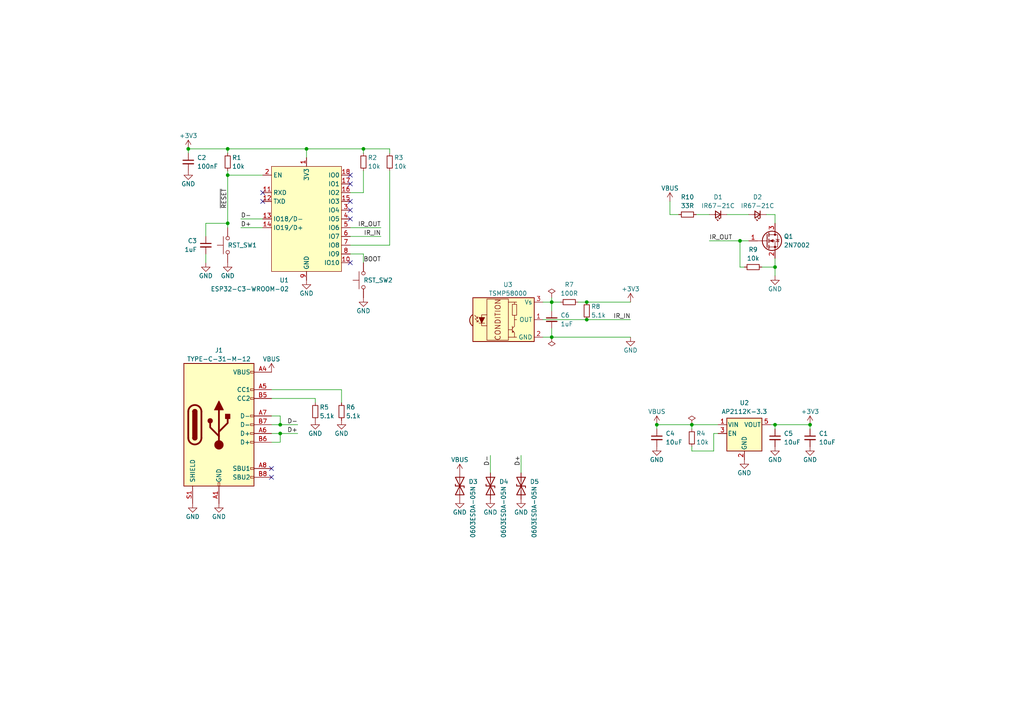
<source format=kicad_sch>
(kicad_sch (version 20211123) (generator eeschema)
  (paper "A4")
  (lib_symbols
    (symbol "Connector:USB_C_Receptacle_USB2.0" (pin_names (offset 1.016))
      (property "Reference" "J" (at -10.16 19.05 0))
      (property "Value" "USB_C_Receptacle_USB2.0" (at 19.05 19.05 0))
      (symbol "USB_C_Receptacle_USB2.0_0_0"
        (rectangle (start -0.254 -17.78) (end 0.254 -16.764))
        (rectangle (start 10.16 -14.986) (end 9.144 -15.494))
        (rectangle (start 10.16 -12.446) (end 9.144 -12.954))
        (rectangle (start 10.16 -4.826) (end 9.144 -5.334))
        (rectangle (start 10.16 -2.286) (end 9.144 -2.794))
        (rectangle (start 10.16 0.254) (end 9.144 -0.254))
        (rectangle (start 10.16 2.794) (end 9.144 2.286))
        (rectangle (start 10.16 7.874) (end 9.144 7.366))
        (rectangle (start 10.16 10.414) (end 9.144 9.906))
        (rectangle (start 10.16 15.494) (end 9.144 14.986))
      )
      (symbol "USB_C_Receptacle_USB2.0_0_1"
        (rectangle (start -10.16 17.78) (end 10.16 -17.78) (stroke (width 0.254)) (fill (type background)))
        (arc (start -8.89 -3.81) (mid -6.985 -5.715) (end -5.08 -3.81) (stroke (width 0.508)))
        (arc (start -7.62 -3.81) (mid -6.985 -4.445) (end -6.35 -3.81) (stroke (width 0.254)))
        (arc (start -7.62 -3.81) (mid -6.985 -4.445) (end -6.35 -3.81) (stroke (width 0.254)) (fill (type outline)))
        (rectangle (start -7.62 -3.81) (end -6.35 3.81) (stroke (width 0.254)) (fill (type outline)))
        (arc (start -6.35 3.81) (mid -6.985 4.445) (end -7.62 3.81) (stroke (width 0.254)))
        (arc (start -6.35 3.81) (mid -6.985 4.445) (end -7.62 3.81) (stroke (width 0.254)) (fill (type outline)))
        (arc (start -5.08 3.81) (mid -6.985 5.715) (end -8.89 3.81) (stroke (width 0.508)))
        (circle (center -2.54 1.143) (radius 0.635) (stroke (width 0.254)) (fill (type outline)))
        (circle (center 0 -5.842) (radius 1.27) (fill (type outline)))
        (polyline (pts (xy -8.89 -3.81) (xy -8.89 3.81)) (stroke (width 0.508)))
        (polyline (pts (xy -5.08 3.81) (xy -5.08 -3.81)) (stroke (width 0.508)))
        (polyline (pts (xy 0 -5.842) (xy 0 4.318)) (stroke (width 0.508)))
        (polyline (pts (xy 0 -3.302) (xy -2.54 -0.762) (xy -2.54 0.508)) (stroke (width 0.508)))
        (polyline (pts (xy 0 -2.032) (xy 2.54 0.508) (xy 2.54 1.778)) (stroke (width 0.508)))
        (polyline (pts (xy -1.27 4.318) (xy 0 6.858) (xy 1.27 4.318) (xy -1.27 4.318)) (stroke (width 0.254)) (fill (type outline)))
        (rectangle (start 1.905 1.778) (end 3.175 3.048) (stroke (width 0.254)) (fill (type outline)))
      )
      (symbol "USB_C_Receptacle_USB2.0_1_1"
        (pin passive line (at 0 -22.86 90) (length 5.08) (name "GND") (number "A1"))
        (pin passive line (at 0 -22.86 90) (length 5.08) hide (name "GND") (number "A12"))
        (pin passive line (at 15.24 15.24 180) (length 5.08) (name "VBUS") (number "A4"))
        (pin bidirectional line (at 15.24 10.16 180) (length 5.08) (name "CC1") (number "A5"))
        (pin bidirectional line (at 15.24 -2.54 180) (length 5.08) (name "D+") (number "A6"))
        (pin bidirectional line (at 15.24 2.54 180) (length 5.08) (name "D-") (number "A7"))
        (pin bidirectional line (at 15.24 -12.7 180) (length 5.08) (name "SBU1") (number "A8"))
        (pin passive line (at 15.24 15.24 180) (length 5.08) hide (name "VBUS") (number "A9"))
        (pin passive line (at 0 -22.86 90) (length 5.08) hide (name "GND") (number "B1"))
        (pin passive line (at 0 -22.86 90) (length 5.08) hide (name "GND") (number "B12"))
        (pin passive line (at 15.24 15.24 180) (length 5.08) hide (name "VBUS") (number "B4"))
        (pin bidirectional line (at 15.24 7.62 180) (length 5.08) (name "CC2") (number "B5"))
        (pin bidirectional line (at 15.24 -5.08 180) (length 5.08) (name "D+") (number "B6"))
        (pin bidirectional line (at 15.24 0 180) (length 5.08) (name "D-") (number "B7"))
        (pin bidirectional line (at 15.24 -15.24 180) (length 5.08) (name "SBU2") (number "B8"))
        (pin passive line (at 15.24 15.24 180) (length 5.08) hide (name "VBUS") (number "B9"))
        (pin passive line (at -7.62 -22.86 90) (length 5.08) (name "SHIELD") (number "S1"))
      )
    )
    (symbol "Device:C_Small" (pin_numbers hide) (pin_names (offset 0.254) hide)
      (property "Reference" "C" (at 0.254 1.778 0))
      (property "Value" "C_Small" (at 0.254 -2.032 0))
      (symbol "C_Small_0_1"
        (polyline (pts (xy -1.524 -0.508) (xy 1.524 -0.508)) (stroke (width 0.3302)))
        (polyline (pts (xy -1.524 0.508) (xy 1.524 0.508)) (stroke (width 0.3048)))
      )
      (symbol "C_Small_1_1"
        (pin passive line (at 0 2.54 270) (length 2.032) (name "~") (number "1"))
        (pin passive line (at 0 -2.54 90) (length 2.032) (name "~") (number "2"))
      )
    )
    (symbol "Device:D_TVS" (pin_numbers hide) (pin_names (offset 1.016) hide)
      (property "Reference" "D" (at 0 2.54 0))
      (property "Value" "D_TVS" (at 0 -2.54 0))
      (symbol "D_TVS_0_1"
        (polyline (pts (xy 1.27 0) (xy -1.27 0)))
        (polyline (pts (xy 0.508 1.27) (xy 0 1.27) (xy 0 -1.27) (xy -0.508 -1.27)) (stroke (width 0.254)))
        (polyline (pts (xy -2.54 1.27) (xy -2.54 -1.27) (xy 2.54 1.27) (xy 2.54 -1.27) (xy -2.54 1.27)) (stroke (width 0.254)))
      )
      (symbol "D_TVS_1_1"
        (pin passive line (at -3.81 0 0) (length 2.54) (name "A1") (number "1"))
        (pin passive line (at 3.81 0 180) (length 2.54) (name "A2") (number "2"))
      )
    )
    (symbol "Device:LED_Small" (pin_numbers hide) (pin_names (offset 0.254) hide)
      (property "Reference" "D" (at -1.27 3.175 0))
      (property "Value" "LED_Small" (at -4.445 -2.54 0))
      (symbol "LED_Small_0_1"
        (polyline (pts (xy -0.762 -1.016) (xy -0.762 1.016)) (stroke (width 0.254)))
        (polyline (pts (xy 1.016 0) (xy -0.762 0)))
        (polyline (pts (xy 0.762 -1.016) (xy -0.762 0) (xy 0.762 1.016) (xy 0.762 -1.016)) (stroke (width 0.254)))
        (polyline (pts (xy 0 0.762) (xy -0.508 1.27) (xy -0.254 1.27) (xy -0.508 1.27) (xy -0.508 1.016)))
        (polyline (pts (xy 0.508 1.27) (xy 0 1.778) (xy 0.254 1.778) (xy 0 1.778) (xy 0 1.524)))
      )
      (symbol "LED_Small_1_1"
        (pin passive line (at -2.54 0 0) (length 1.778) (name "K") (number "1"))
        (pin passive line (at 2.54 0 180) (length 1.778) (name "A") (number "2"))
      )
    )
    (symbol "Device:R_Small" (pin_numbers hide) (pin_names (offset 0.254) hide)
      (property "Reference" "R" (at 0.762 0.508 0))
      (property "Value" "R_Small" (at 0.762 -1.016 0))
      (symbol "R_Small_0_1"
        (rectangle (start -0.762 1.778) (end 0.762 -1.778) (stroke (width 0.2032)))
      )
      (symbol "R_Small_1_1"
        (pin passive line (at 0 2.54 270) (length 0.762) (name "~") (number "1"))
        (pin passive line (at 0 -2.54 90) (length 0.762) (name "~") (number "2"))
      )
    )
    (symbol "Interface_Optical:TSMP58000"
      (property "Reference" "U" (at -10.16 7.62 0))
      (property "Value" "TSMP58000" (at -10.16 -7.62 0))
      (symbol "TSMP58000_0_0"
        (arc (start -10.287 1.397) (mid -11.0899 -0.1852) (end -10.287 -1.778) (stroke (width 0.254)) (fill (type background)))
        (polyline (pts (xy 1.905 -5.08) (xy 0.127 -5.08)))
        (polyline (pts (xy 1.905 5.08) (xy 0.127 5.08)))
        (text "CONDITION" (at -2.921 0 900) (effects (font (size 1.524 1.524))))
      )
      (symbol "TSMP58000_0_1"
        (rectangle (start -6.096 5.969) (end 0.127 -5.969))
        (polyline (pts (xy -8.763 0.381) (xy -9.652 1.27)))
        (polyline (pts (xy -8.763 0.381) (xy -9.271 0.381)))
        (polyline (pts (xy -8.763 0.381) (xy -8.763 0.889)))
        (polyline (pts (xy -8.636 -0.635) (xy -9.525 0.254)))
        (polyline (pts (xy -8.636 -0.635) (xy -9.144 -0.635)))
        (polyline (pts (xy -8.636 -0.635) (xy -8.636 -0.127)))
        (polyline (pts (xy -8.382 -1.016) (xy -6.731 -1.016)))
        (polyline (pts (xy 1.27 -2.921) (xy 0.127 -2.921)))
        (polyline (pts (xy 1.27 -1.905) (xy 1.27 -3.81)))
        (polyline (pts (xy 1.397 -3.556) (xy 1.524 -3.556)))
        (polyline (pts (xy 1.651 -3.556) (xy 1.524 -3.556)))
        (polyline (pts (xy 1.651 -3.556) (xy 1.651 -3.302)))
        (polyline (pts (xy 1.905 0) (xy 1.905 1.27)))
        (polyline (pts (xy 1.905 4.445) (xy 1.905 5.08) (xy 2.54 5.08)))
        (polyline (pts (xy -8.382 0.635) (xy -6.731 0.635) (xy -7.62 -1.016) (xy -8.382 0.635)) (fill (type outline)))
        (polyline (pts (xy -6.096 1.397) (xy -7.62 1.397) (xy -7.62 -1.778) (xy -6.096 -1.778)))
        (polyline (pts (xy 1.27 -3.175) (xy 1.905 -3.81) (xy 1.905 -5.08) (xy 2.54 -5.08)))
        (polyline (pts (xy 1.27 -2.54) (xy 1.905 -1.905) (xy 1.905 0) (xy 2.54 0)))
        (rectangle (start 2.54 1.27) (end 1.27 4.445))
        (rectangle (start 7.62 6.35) (end -10.16 -6.35) (stroke (width 0.254)) (fill (type background)))
      )
      (symbol "TSMP58000_1_1"
        (pin output line (at 10.16 0 180) (length 2.54) (name "OUT") (number "1"))
        (pin power_in line (at 10.16 -5.08 180) (length 2.54) (name "GND") (number "2"))
        (pin power_in line (at 10.16 5.08 180) (length 2.54) (name "Vs") (number "3"))
      )
    )
    (symbol "Regulator_Linear:AP2112K-3.3" (pin_names (offset 0.254))
      (property "Reference" "U" (at -5.08 5.715 0))
      (property "Value" "AP2112K-3.3" (at 0 5.715 0))
      (symbol "AP2112K-3.3_0_1"
        (rectangle (start -5.08 4.445) (end 5.08 -5.08) (stroke (width 0.254)) (fill (type background)))
      )
      (symbol "AP2112K-3.3_1_1"
        (pin power_in line (at -7.62 2.54 0) (length 2.54) (name "VIN") (number "1"))
        (pin power_in line (at 0 -7.62 90) (length 2.54) (name "GND") (number "2"))
        (pin input line (at -7.62 0 0) (length 2.54) (name "EN") (number "3"))
        (pin no_connect line (at 5.08 0 180) (length 2.54) hide (name "NC") (number "4"))
        (pin power_out line (at 7.62 2.54 180) (length 2.54) (name "VOUT") (number "5"))
      )
    )
    (symbol "Switch:SW_Push" (pin_numbers hide) (pin_names (offset 1.016) hide)
      (property "Reference" "SW" (at 1.27 2.54 0))
      (property "Value" "SW_Push" (at 0 -1.524 0))
      (symbol "SW_Push_0_1"
        (circle (center -2.032 0) (radius 0.508))
        (polyline (pts (xy 0 1.27) (xy 0 3.048)))
        (polyline (pts (xy 2.54 1.27) (xy -2.54 1.27)))
        (circle (center 2.032 0) (radius 0.508))
        (pin passive line (at -5.08 0 0) (length 2.54) (name "1") (number "1"))
        (pin passive line (at 5.08 0 180) (length 2.54) (name "2") (number "2"))
      )
    )
    (symbol "Transistor_FET:2N7002" (pin_names hide)
      (property "Reference" "Q" (at 5.08 1.905 0))
      (property "Value" "2N7002" (at 5.08 0 0))
      (symbol "2N7002_0_1"
        (polyline (pts (xy 0.254 0) (xy -2.54 0)))
        (polyline (pts (xy 0.254 1.905) (xy 0.254 -1.905)) (stroke (width 0.254)))
        (polyline (pts (xy 0.762 -1.27) (xy 0.762 -2.286)) (stroke (width 0.254)))
        (polyline (pts (xy 0.762 0.508) (xy 0.762 -0.508)) (stroke (width 0.254)))
        (polyline (pts (xy 0.762 2.286) (xy 0.762 1.27)) (stroke (width 0.254)))
        (polyline (pts (xy 2.54 2.54) (xy 2.54 1.778)))
        (polyline (pts (xy 2.54 -2.54) (xy 2.54 0) (xy 0.762 0)))
        (polyline (pts (xy 0.762 -1.778) (xy 3.302 -1.778) (xy 3.302 1.778) (xy 0.762 1.778)))
        (polyline (pts (xy 1.016 0) (xy 2.032 0.381) (xy 2.032 -0.381) (xy 1.016 0)) (fill (type outline)))
        (polyline (pts (xy 2.794 0.508) (xy 2.921 0.381) (xy 3.683 0.381) (xy 3.81 0.254)))
        (polyline (pts (xy 3.302 0.381) (xy 2.921 -0.254) (xy 3.683 -0.254) (xy 3.302 0.381)))
        (circle (center 1.651 0) (radius 2.794) (stroke (width 0.254)))
        (circle (center 2.54 -1.778) (radius 0.254) (fill (type outline)))
        (circle (center 2.54 1.778) (radius 0.254) (fill (type outline)))
      )
      (symbol "2N7002_1_1"
        (pin input line (at -5.08 0 0) (length 2.54) (name "G") (number "1"))
        (pin passive line (at 2.54 -5.08 90) (length 2.54) (name "S") (number "2"))
        (pin passive line (at 2.54 5.08 270) (length 2.54) (name "D") (number "3"))
      )
    )
    (symbol "hair-02:ESP32-C3-WROOM-02"
      (property "Reference" "U" (at -7.62 16.51 0))
      (property "Value" "ESP32-C3-WROOM-02" (at 12.7 16.51 0))
      (symbol "ESP32-C3-WROOM-02_0_1"
        (rectangle (start -10.16 15.24) (end 10.16 -15.24) (fill (type background)))
      )
      (symbol "ESP32-C3-WROOM-02_1_1"
        (pin power_in line (at 0 17.78 270) (length 2.54) (name "3V3") (number "1"))
        (pin bidirectional line (at 12.7 -12.7 180) (length 2.54) (name "IO10") (number "10"))
        (pin bidirectional line (at -12.7 7.62 0) (length 2.54) (name "RXD") (number "11"))
        (pin bidirectional line (at -12.7 5.08 0) (length 2.54) (name "TXD") (number "12"))
        (pin bidirectional line (at -12.7 0 0) (length 2.54) (name "IO18/D-") (number "13"))
        (pin bidirectional line (at -12.7 -2.54 0) (length 2.54) (name "IO19/D+") (number "14"))
        (pin bidirectional line (at 12.7 5.08 180) (length 2.54) (name "IO3") (number "15"))
        (pin bidirectional line (at 12.7 7.62 180) (length 2.54) (name "IO2") (number "16"))
        (pin bidirectional line (at 12.7 10.16 180) (length 2.54) (name "IO1") (number "17"))
        (pin bidirectional line (at 12.7 12.7 180) (length 2.54) (name "IO0") (number "18"))
        (pin passive line (at 0 -17.78 90) (length 2.54) hide (name "GND") (number "19"))
        (pin input line (at -12.7 12.7 0) (length 2.54) (name "EN") (number "2"))
        (pin bidirectional line (at 12.7 2.54 180) (length 2.54) (name "IO4") (number "3"))
        (pin bidirectional line (at 12.7 0 180) (length 2.54) (name "IO5") (number "4"))
        (pin bidirectional line (at 12.7 -2.54 180) (length 2.54) (name "IO6") (number "5"))
        (pin bidirectional line (at 12.7 -5.08 180) (length 2.54) (name "IO7") (number "6"))
        (pin bidirectional line (at 12.7 -7.62 180) (length 2.54) (name "IO8") (number "7"))
        (pin bidirectional line (at 12.7 -10.16 180) (length 2.54) (name "IO9") (number "8"))
        (pin power_in line (at 0 -17.78 90) (length 2.54) (name "GND") (number "9"))
      )
    )
    (symbol "power:+3.3V" (power) (pin_names (offset 0))
      (property "Value" "+3.3V" (at 0 3.556 0))
      (symbol "+3.3V_0_1"
        (polyline (pts (xy -0.762 1.27) (xy 0 2.54)))
        (polyline (pts (xy 0 0) (xy 0 2.54)))
        (polyline (pts (xy 0 2.54) (xy 0.762 1.27)))
      )
      (symbol "+3.3V_1_1"
        (pin power_in line (at 0 0 90) (length 0) hide (name "+3V3") (number "1"))
      )
    )
    (symbol "power:GND" (power) (pin_names (offset 0))
      (property "Value" "GND" (at 0 -3.81 0))
      (symbol "GND_0_1"
        (polyline (pts (xy 0 0) (xy 0 -1.27) (xy 1.27 -1.27) (xy 0 -2.54) (xy -1.27 -1.27) (xy 0 -1.27)))
      )
      (symbol "GND_1_1"
        (pin power_in line (at 0 0 270) (length 0) hide (name "GND") (number "1"))
      )
    )
    (symbol "power:PWR_FLAG" (power) (pin_numbers hide) (pin_names (offset 0) hide)
      (property "Value" "PWR_FLAG" (at 0 3.81 0))
      (symbol "PWR_FLAG_0_0"
        (pin power_out line (at 0 0 90) (length 0) (name "pwr") (number "1"))
      )
      (symbol "PWR_FLAG_0_1"
        (polyline (pts (xy 0 0) (xy 0 1.27) (xy -1.016 1.905) (xy 0 2.54) (xy 1.016 1.905) (xy 0 1.27)))
      )
    )
    (symbol "power:VBUS" (power) (pin_names (offset 0))
      (property "Value" "VBUS" (at 0 3.81 0))
      (symbol "VBUS_0_1"
        (polyline (pts (xy -0.762 1.27) (xy 0 2.54)))
        (polyline (pts (xy 0 0) (xy 0 2.54)))
        (polyline (pts (xy 0 2.54) (xy 0.762 1.27)))
      )
      (symbol "VBUS_1_1"
        (pin power_in line (at 0 0 90) (length 0) hide (name "VBUS") (number "1"))
      )
    )
  )
  (junction (at 160.02 87.63))
  (junction (at 66.04 64.77))
  (junction (at 200.66 123.19))
  (junction (at 81.28 123.19))
  (junction (at 105.41 43.18))
  (junction (at 81.28 125.73))
  (junction (at 88.9 43.18))
  (junction (at 54.61 43.18))
  (junction (at 66.04 50.8))
  (junction (at 190.5 123.19))
  (junction (at 160.02 97.79))
  (junction (at 224.79 123.19))
  (junction (at 214.63 69.85))
  (junction (at 66.04 43.18))
  (junction (at 170.18 92.71))
  (junction (at 234.95 123.19))
  (junction (at 170.18 87.63))
  (junction (at 224.79 77.47))
  (no_connect (at 78.74 135.89))
  (no_connect (at 101.6 50.8))
  (no_connect (at 101.6 53.34))
  (no_connect (at 101.6 58.42))
  (no_connect (at 101.6 76.2))
  (no_connect (at 101.6 63.5))
  (no_connect (at 101.6 60.96))
  (no_connect (at 78.74 138.43))
  (no_connect (at 76.2 58.42))
  (no_connect (at 76.2 55.88))
  (wire (pts (xy 59.69 76.2) (xy 59.69 73.66)))
  (wire (pts (xy 157.48 87.63) (xy 160.02 87.63)))
  (wire (pts (xy 54.61 44.45) (xy 54.61 43.18)))
  (wire (pts (xy 105.41 73.66) (xy 105.41 76.2)))
  (wire (pts (xy 81.28 125.73) (xy 81.28 128.27)))
  (wire (pts (xy 160.02 87.63) (xy 162.56 87.63)))
  (wire (pts (xy 78.74 125.73) (xy 81.28 125.73)))
  (wire (pts (xy 207.01 125.73) (xy 208.28 125.73)))
  (wire (pts (xy 105.41 49.53) (xy 105.41 55.88)))
  (wire (pts (xy 224.79 62.23) (xy 224.79 64.77)))
  (wire (pts (xy 78.74 113.03) (xy 99.06 113.03)))
  (wire (pts (xy 160.02 95.25) (xy 160.02 97.79)))
  (wire (pts (xy 170.18 87.63) (xy 182.88 87.63)))
  (wire (pts (xy 101.6 68.58) (xy 110.49 68.58)))
  (wire (pts (xy 160.02 87.63) (xy 160.02 90.17)))
  (wire (pts (xy 220.98 77.47) (xy 224.79 77.47)))
  (wire (pts (xy 160.02 97.79) (xy 182.88 97.79)))
  (wire (pts (xy 59.69 64.77) (xy 66.04 64.77)))
  (wire (pts (xy 66.04 50.8) (xy 66.04 64.77)))
  (wire (pts (xy 113.03 71.12) (xy 101.6 71.12)))
  (wire (pts (xy 81.28 123.19) (xy 86.36 123.19)))
  (wire (pts (xy 91.44 115.57) (xy 91.44 116.84)))
  (wire (pts (xy 194.31 58.42) (xy 194.31 62.23)))
  (wire (pts (xy 66.04 64.77) (xy 66.04 66.04)))
  (wire (pts (xy 200.66 123.19) (xy 200.66 124.46)))
  (wire (pts (xy 207.01 130.81) (xy 207.01 125.73)))
  (wire (pts (xy 66.04 50.8) (xy 76.2 50.8)))
  (wire (pts (xy 113.03 44.45) (xy 113.03 43.18)))
  (wire (pts (xy 160.02 86.36) (xy 160.02 87.63)))
  (wire (pts (xy 223.52 123.19) (xy 224.79 123.19)))
  (wire (pts (xy 105.41 55.88) (xy 101.6 55.88)))
  (wire (pts (xy 210.82 62.23) (xy 217.17 62.23)))
  (wire (pts (xy 66.04 43.18) (xy 88.9 43.18)))
  (wire (pts (xy 224.79 123.19) (xy 224.79 124.46)))
  (wire (pts (xy 88.9 43.18) (xy 88.9 45.72)))
  (wire (pts (xy 66.04 49.53) (xy 66.04 50.8)))
  (wire (pts (xy 81.28 125.73) (xy 86.36 125.73)))
  (wire (pts (xy 224.79 74.93) (xy 224.79 77.47)))
  (wire (pts (xy 157.48 92.71) (xy 170.18 92.71)))
  (wire (pts (xy 142.24 132.08) (xy 142.24 137.16)))
  (wire (pts (xy 99.06 113.03) (xy 99.06 116.84)))
  (wire (pts (xy 190.5 123.19) (xy 200.66 123.19)))
  (wire (pts (xy 167.64 87.63) (xy 170.18 87.63)))
  (wire (pts (xy 105.41 44.45) (xy 105.41 43.18)))
  (wire (pts (xy 78.74 120.65) (xy 81.28 120.65)))
  (wire (pts (xy 224.79 123.19) (xy 234.95 123.19)))
  (wire (pts (xy 69.85 66.04) (xy 76.2 66.04)))
  (wire (pts (xy 201.93 62.23) (xy 205.74 62.23)))
  (wire (pts (xy 78.74 128.27) (xy 81.28 128.27)))
  (wire (pts (xy 54.61 43.18) (xy 66.04 43.18)))
  (wire (pts (xy 81.28 120.65) (xy 81.28 123.19)))
  (wire (pts (xy 200.66 130.81) (xy 207.01 130.81)))
  (wire (pts (xy 224.79 77.47) (xy 224.79 80.01)))
  (wire (pts (xy 101.6 73.66) (xy 105.41 73.66)))
  (wire (pts (xy 59.69 68.58) (xy 59.69 64.77)))
  (wire (pts (xy 113.03 49.53) (xy 113.03 71.12)))
  (wire (pts (xy 200.66 123.19) (xy 208.28 123.19)))
  (wire (pts (xy 214.63 77.47) (xy 214.63 69.85)))
  (wire (pts (xy 170.18 92.71) (xy 182.88 92.71)))
  (wire (pts (xy 205.74 69.85) (xy 214.63 69.85)))
  (wire (pts (xy 200.66 129.54) (xy 200.66 130.81)))
  (wire (pts (xy 234.95 123.19) (xy 234.95 124.46)))
  (wire (pts (xy 101.6 66.04) (xy 110.49 66.04)))
  (wire (pts (xy 222.25 62.23) (xy 224.79 62.23)))
  (wire (pts (xy 151.13 132.08) (xy 151.13 137.16)))
  (wire (pts (xy 214.63 69.85) (xy 217.17 69.85)))
  (wire (pts (xy 190.5 124.46) (xy 190.5 123.19)))
  (wire (pts (xy 78.74 123.19) (xy 81.28 123.19)))
  (wire (pts (xy 105.41 43.18) (xy 88.9 43.18)))
  (wire (pts (xy 157.48 97.79) (xy 160.02 97.79)))
  (wire (pts (xy 215.9 77.47) (xy 214.63 77.47)))
  (wire (pts (xy 113.03 43.18) (xy 105.41 43.18)))
  (wire (pts (xy 78.74 115.57) (xy 91.44 115.57)))
  (wire (pts (xy 194.31 62.23) (xy 196.85 62.23)))
  (wire (pts (xy 66.04 44.45) (xy 66.04 43.18)))
  (wire (pts (xy 69.85 63.5) (xy 76.2 63.5)))
  (label "D-" (at 69.85 63.5 0))
  (label "D+" (at 151.13 132.08 270))
  (label "D-" (at 142.24 132.08 270))
  (label "D+" (at 69.85 66.04 0))
  (label "IR_IN" (at 110.49 68.58 180))
  (label "D-" (at 86.36 123.19 180))
  (label "BOOT" (at 105.41 76.2 0))
  (label "IR_OUT" (at 110.49 66.04 180))
  (label "D+" (at 86.36 125.73 180))
  (label "~{RESET}" (at 66.04 54.61 270))
  (label "IR_IN" (at 182.88 92.71 180))
  (label "IR_OUT" (at 205.74 69.85 0))
  (symbol (lib_id "power:GND") (at 66.04 76.2 0) (unit 1)
    (property "Reference" "#PWR0103" (effects hide))
    (property "Value" "GND" (at 66.04 80.01 0))
  )
  (symbol (lib_id "Device:D_TVS") (at 133.35 140.97 270) (unit 1)
    (property "Reference" "D3" (at 135.89 139.6999 90) (effects (justify left)))
    (property "Value" "0603ESDA-05N" (at 137.16 140.97 0) (effects (justify left)))
    (property "Footprint" "Diode_SMD:D_0603_1608Metric" (effects hide))
    (property "LCSC" "C316054" (effects hide))
  )
  (symbol (lib_id "hair-02:ESP32-C3-WROOM-02") (at 88.9 63.5 0) (unit 1)
    (property "Reference" "U1" (at 83.82 81.28 0) (effects (justify right)))
    (property "Value" "ESP32-C3-WROOM-02" (at 83.82 83.82 0) (effects (justify right)))
    (property "Footprint" "hair-02:ESP32-C3-WROOM-02" (effects hide))
    (property "Datasheet" "https://www.espressif.com/sites/default/files/documentation/esp32-c3-wroom-02_datasheet_en.pdf" (effects hide))
    (property "LCSC" "C2934560" (effects hide))
  )
  (symbol (lib_id "Device:D_TVS") (at 142.24 140.97 270) (unit 1)
    (property "Reference" "D4" (at 144.78 139.6999 90) (effects (justify left)))
    (property "Value" "0603ESDA-05N" (at 146.05 140.97 0) (effects (justify left)))
    (property "Footprint" "Diode_SMD:D_0603_1608Metric" (effects hide))
    (property "LCSC" "C316054" (effects hide))
  )
  (symbol (lib_id "power:+3.3V") (at 182.88 87.63 0) (unit 1)
    (property "Reference" "#PWR0118" (effects hide))
    (property "Value" "+3.3V" (at 182.88 83.82 0))
  )
  (symbol (lib_id "power:GND") (at 182.88 97.79 0) (unit 1)
    (property "Reference" "#PWR0117" (effects hide))
    (property "Value" "GND" (at 182.88 101.6 0))
  )
  (symbol (lib_id "power:GND") (at 99.06 121.92 0) (unit 1)
    (property "Reference" "#PWR0109" (effects hide))
    (property "Value" "GND" (at 99.06 125.73 0))
  )
  (symbol (lib_id "power:GND") (at 190.5 129.54 0) (unit 1)
    (property "Reference" "#PWR0110" (effects hide))
    (property "Value" "GND" (at 190.5 133.35 0))
  )
  (symbol (lib_id "Device:R_Small") (at 200.66 127 0) (unit 1)
    (property "Reference" "R4" (at 201.93 125.73 0) (effects (justify left)))
    (property "Value" "10k" (at 201.93 128.27 0) (effects (justify left)))
    (property "Footprint" "Resistor_SMD:R_0603_1608Metric" (effects hide))
    (property "LCSC" "C25804" (effects hide))
  )
  (symbol (lib_id "Device:R_Small") (at 218.44 77.47 90) (unit 1)
    (property "Reference" "R9" (at 218.44 72.39 90))
    (property "Value" "10k" (at 218.44 74.93 90))
    (property "Footprint" "Resistor_SMD:R_0603_1608Metric" (effects hide))
    (property "LCSC" "C25804" (effects hide))
  )
  (symbol (lib_id "Device:C_Small") (at 54.61 46.99 0) (unit 1)
    (property "Reference" "C2" (at 57.15 45.7262 0) (effects (justify left)))
    (property "Value" "100nF" (at 57.15 48.2662 0) (effects (justify left)))
    (property "Footprint" "Capacitor_SMD:C_0603_1608Metric" (effects hide))
    (property "LCSC" "C14663" (effects hide))
  )
  (symbol (lib_id "power:GND") (at 54.61 49.53 0) (unit 1)
    (property "Reference" "#PWR0115" (effects hide))
    (property "Value" "GND" (at 54.61 53.34 0))
  )
  (symbol (lib_id "Device:R_Small") (at 113.03 46.99 0) (unit 1)
    (property "Reference" "R3" (at 114.3 45.72 0) (effects (justify left)))
    (property "Value" "10k" (at 114.3 48.26 0) (effects (justify left)))
    (property "Footprint" "Resistor_SMD:R_0603_1608Metric" (effects hide))
    (property "LCSC" "C25804" (effects hide))
  )
  (symbol (lib_id "power:GND") (at 63.5 146.05 0) (unit 1)
    (property "Reference" "#PWR0106" (effects hide))
    (property "Value" "GND" (at 63.5 149.86 0))
  )
  (symbol (lib_id "power:GND") (at 55.88 146.05 0) (unit 1)
    (property "Reference" "#PWR0107" (effects hide))
    (property "Value" "GND" (at 55.88 149.86 0))
  )
  (symbol (lib_id "power:GND") (at 224.79 129.54 0) (unit 1)
    (property "Reference" "#PWR0121" (effects hide))
    (property "Value" "GND" (at 224.79 133.35 0))
  )
  (symbol (lib_id "power:VBUS") (at 194.31 58.42 0) (unit 1)
    (property "Reference" "#PWR0125" (effects hide))
    (property "Value" "VBUS" (at 194.31 54.61 0))
  )
  (symbol (lib_id "power:PWR_FLAG") (at 160.02 86.36 0) (unit 1)
    (property "Reference" "#FLG0101" (effects hide))
    (property "Value" "PWR_FLAG" (effects hide))
  )
  (symbol (lib_id "power:GND") (at 151.13 144.78 0) (unit 1)
    (property "Reference" "#PWR0113" (effects hide))
    (property "Value" "GND" (at 151.13 148.59 0))
  )
  (symbol (lib_id "Device:R_Small") (at 66.04 46.99 0) (unit 1)
    (property "Reference" "R1" (at 67.31 45.72 0) (effects (justify left)))
    (property "Value" "10k" (at 67.31 48.26 0) (effects (justify left)))
    (property "Footprint" "Resistor_SMD:R_0603_1608Metric" (effects hide))
    (property "LCSC" "C25804" (effects hide))
  )
  (symbol (lib_id "Device:LED_Small") (at 208.28 62.23 180) (unit 1)
    (property "Reference" "D1" (at 208.28 57.15 0))
    (property "Value" "IR67-21C" (at 208.28 59.69 0))
    (property "Footprint" "hair-02:LED_Everlight_IR67-21C" (effects hide))
    (property "LCSC" "C60109" (effects hide))
  )
  (symbol (lib_id "power:PWR_FLAG") (at 160.02 97.79 180) (unit 1)
    (property "Reference" "#FLG0102" (effects hide))
    (property "Value" "PWR_FLAG" (effects hide))
  )
  (symbol (lib_id "power:VBUS") (at 78.74 107.95 0) (unit 1)
    (property "Reference" "#PWR0105" (effects hide))
    (property "Value" "VBUS" (at 78.74 104.14 0))
  )
  (symbol (lib_id "power:GND") (at 59.69 76.2 0) (unit 1)
    (property "Reference" "#PWR0101" (effects hide))
    (property "Value" "GND" (at 59.69 80.01 0))
  )
  (symbol (lib_id "Switch:SW_Push") (at 66.04 71.12 90) (unit 1)
    (property "Reference" "RST_SW1" (at 66.04 71.12 90) (effects (justify right)))
    (property "Value" "SKRK" (effects hide))
    (property "Footprint" "Button_Switch_SMD:SW_Push_SPST_NO_Alps_SKRK" (effects hide))
    (property "LCSC" "C202388" (effects hide))
  )
  (symbol (lib_id "Device:D_TVS") (at 151.13 140.97 270) (unit 1)
    (property "Reference" "D5" (at 153.67 139.6999 90) (effects (justify left)))
    (property "Value" "0603ESDA-05N" (at 154.94 140.97 0) (effects (justify left)))
    (property "Footprint" "Diode_SMD:D_0603_1608Metric" (effects hide))
    (property "LCSC" "C316054" (effects hide))
  )
  (symbol (lib_id "power:GND") (at 215.9 133.35 0) (unit 1)
    (property "Reference" "#PWR0120" (effects hide))
    (property "Value" "GND" (at 215.9 137.16 0))
  )
  (symbol (lib_id "power:+3.3V") (at 234.95 123.19 0) (unit 1)
    (property "Reference" "#PWR0122" (effects hide))
    (property "Value" "+3.3V" (at 234.95 119.38 0))
  )
  (symbol (lib_id "power:GND") (at 91.44 121.92 0) (unit 1)
    (property "Reference" "#PWR0108" (effects hide))
    (property "Value" "GND" (at 91.44 125.73 0))
  )
  (symbol (lib_id "power:GND") (at 88.9 81.28 0) (unit 1)
    (property "Reference" "#PWR0104" (effects hide))
    (property "Value" "GND" (at 88.9 85.09 0))
  )
  (symbol (lib_id "Switch:SW_Push") (at 105.41 81.28 90) (unit 1)
    (property "Reference" "RST_SW2" (at 105.41 81.28 90) (effects (justify right)))
    (property "Value" "SKRK" (effects hide))
    (property "Footprint" "Button_Switch_SMD:SW_Push_SPST_NO_Alps_SKRK" (effects hide))
    (property "LCSC" "C202388" (effects hide))
  )
  (symbol (lib_id "power:VBUS") (at 133.35 137.16 0) (unit 1)
    (property "Reference" "#PWR0111" (effects hide))
    (property "Value" "VBUS" (at 133.35 133.35 0))
  )
  (symbol (lib_id "Device:C_Small") (at 234.95 127 0) (unit 1)
    (property "Reference" "C1" (at 237.49 125.7362 0) (effects (justify left)))
    (property "Value" "10uF" (at 237.49 128.2762 0) (effects (justify left)))
    (property "Footprint" "Capacitor_SMD:C_1206_3216Metric" (effects hide))
    (property "LCSC" "C13585" (effects hide))
  )
  (symbol (lib_id "Connector:USB_C_Receptacle_USB2.0") (at 63.5 123.19 0) (unit 1)
    (property "Reference" "J1" (at 63.5 101.6 0))
    (property "Value" "TYPE-C-31-M-12" (at 63.5 104.14 0))
    (property "Footprint" "Connector_USB:USB_C_Receptacle_HRO_TYPE-C-31-M-12" (effects hide))
    (property "Datasheet" "https://www.usb.org/sites/default/files/documents/usb_type-c.zip" (effects hide))
    (property "LCSC" "C165948" (effects hide))
  )
  (symbol (lib_id "power:+3.3V") (at 54.61 43.18 0) (unit 1)
    (property "Reference" "#PWR0116" (effects hide))
    (property "Value" "+3.3V" (at 54.61 39.37 0))
  )
  (symbol (lib_id "Device:R_Small") (at 165.1 87.63 90) (unit 1)
    (property "Reference" "R7" (at 165.1 82.55 90))
    (property "Value" "100R" (at 165.1 85.09 90))
    (property "Footprint" "Resistor_SMD:R_0603_1608Metric" (effects hide))
    (property "LCSC" "C22775" (effects hide))
  )
  (symbol (lib_id "Device:C_Small") (at 59.69 71.12 0) (unit 1)
    (property "Reference" "C3" (at 57.15 69.85 0) (effects (justify right)))
    (property "Value" "1uF" (at 57.15 72.39 0) (effects (justify right)))
    (property "Footprint" "Capacitor_SMD:C_0805_2012Metric" (effects hide))
    (property "LCSC" "C28323" (effects hide))
  )
  (symbol (lib_id "Device:R_Small") (at 199.39 62.23 90) (unit 1)
    (property "Reference" "R10" (at 199.39 57.15 90))
    (property "Value" "33R" (at 199.39 59.69 90))
    (property "Footprint" "Resistor_SMD:R_1206_3216Metric" (effects hide))
    (property "LCSC" "C144495" (effects hide))
  )
  (symbol (lib_id "Device:C_Small") (at 190.5 127 0) (unit 1)
    (property "Reference" "C4" (at 193.04 125.7362 0) (effects (justify left)))
    (property "Value" "10uF" (at 193.04 128.2762 0) (effects (justify left)))
    (property "Footprint" "Capacitor_SMD:C_1206_3216Metric" (effects hide))
    (property "LCSC" "C13585" (effects hide))
  )
  (symbol (lib_id "power:PWR_FLAG") (at 200.66 123.19 0) (unit 1)
    (property "Reference" "#FLG0103" (effects hide))
    (property "Value" "PWR_FLAG" (effects hide))
  )
  (symbol (lib_id "Device:LED_Small") (at 219.71 62.23 180) (unit 1)
    (property "Reference" "D2" (at 219.71 57.15 0))
    (property "Value" "IR67-21C" (at 219.71 59.69 0))
    (property "Footprint" "hair-02:LED_Everlight_IR67-21C" (effects hide))
    (property "LCSC" "C60109" (effects hide))
  )
  (symbol (lib_id "Interface_Optical:TSMP58000") (at 147.32 92.71 0) (unit 1)
    (property "Reference" "U3" (at 147.32 82.55 0))
    (property "Value" "TSMP58000" (at 147.32 85.09 0))
    (property "Footprint" "hair-02:Vishay_MINICAST-3Pin-SMD_ReverseMount" (effects hide))
    (property "Datasheet" "http://www.vishay.com/docs/82485/tsmp58000.pdf" (effects hide))
    (property "LCSC" "C511392" (effects hide))
  )
  (symbol (lib_id "Device:C_Small") (at 160.02 92.71 0) (unit 1)
    (property "Reference" "C6" (at 162.56 91.44 0) (effects (justify left)))
    (property "Value" "1uF" (at 162.56 93.98 0) (effects (justify left)))
    (property "Footprint" "Capacitor_SMD:C_0805_2012Metric" (effects hide))
    (property "LCSC" "C28323" (effects hide))
  )
  (symbol (lib_id "Device:R_Small") (at 105.41 46.99 0) (unit 1)
    (property "Reference" "R2" (at 106.68 45.72 0) (effects (justify left)))
    (property "Value" "10k" (at 106.68 48.26 0) (effects (justify left)))
    (property "Footprint" "Resistor_SMD:R_0603_1608Metric" (effects hide))
    (property "LCSC" "C25804" (effects hide))
  )
  (symbol (lib_id "power:GND") (at 224.79 80.01 0) (unit 1)
    (property "Reference" "#PWR0124" (effects hide))
    (property "Value" "GND" (at 224.79 83.82 0))
  )
  (symbol (lib_id "power:GND") (at 105.41 86.36 0) (unit 1)
    (property "Reference" "#PWR0102" (effects hide))
    (property "Value" "GND" (at 105.41 90.17 0))
  )
  (symbol (lib_id "power:GND") (at 142.24 144.78 0) (unit 1)
    (property "Reference" "#PWR0114" (effects hide))
    (property "Value" "GND" (at 142.24 148.59 0))
  )
  (symbol (lib_id "power:GND") (at 234.95 129.54 0) (unit 1)
    (property "Reference" "#PWR0123" (effects hide))
    (property "Value" "GND" (at 234.95 133.35 0))
  )
  (symbol (lib_id "power:GND") (at 133.35 144.78 0) (unit 1)
    (property "Reference" "#PWR0112" (effects hide))
    (property "Value" "GND" (at 133.35 148.59 0))
  )
  (symbol (lib_id "Device:R_Small") (at 91.44 119.38 0) (unit 1)
    (property "Reference" "R5" (at 92.71 118.11 0) (effects (justify left)))
    (property "Value" "5.1k" (at 92.71 120.65 0) (effects (justify left)))
    (property "Footprint" "Resistor_SMD:R_0603_1608Metric" (effects hide))
    (property "LCSC" "C23186" (effects hide))
  )
  (symbol (lib_id "Regulator_Linear:AP2112K-3.3") (at 215.9 125.73 0) (unit 1)
    (property "Reference" "U2" (at 215.9 116.84 0))
    (property "Value" "AP2112K-3.3" (at 215.9 119.38 0))
    (property "Footprint" "Package_TO_SOT_SMD:SOT-23-5" (effects hide))
    (property "Datasheet" "https://www.diodes.com/assets/Datasheets/AP2112.pdf" (effects hide))
    (property "LCSC" "C51118" (effects hide))
  )
  (symbol (lib_id "power:VBUS") (at 190.5 123.19 0) (unit 1)
    (property "Reference" "#PWR0119" (effects hide))
    (property "Value" "VBUS" (at 190.5 119.38 0))
  )
  (symbol (lib_id "Transistor_FET:2N7002") (at 222.25 69.85 0) (unit 1)
    (property "Reference" "Q1" (at 227.33 68.58 0) (effects (justify left)))
    (property "Value" "2N7002" (at 227.33 71.12 0) (effects (justify left)))
    (property "Footprint" "Package_TO_SOT_SMD:SOT-23" (effects hide))
    (property "Datasheet" "https://www.onsemi.com/pub/Collateral/NDS7002A-D.PDF" (effects hide))
    (property "LCSC" "C414015" (effects hide))
  )
  (symbol (lib_id "Device:C_Small") (at 224.79 127 0) (unit 1)
    (property "Reference" "C5" (at 227.33 125.7362 0) (effects (justify left)))
    (property "Value" "10uF" (at 227.33 128.2762 0) (effects (justify left)))
    (property "Footprint" "Capacitor_SMD:C_1206_3216Metric" (effects hide))
    (property "LCSC" "C13585" (effects hide))
  )
  (symbol (lib_id "Device:R_Small") (at 170.18 90.17 0) (unit 1)
    (property "Reference" "R8" (at 171.45 88.9 0) (effects (justify left)))
    (property "Value" "5.1k" (at 171.45 91.44 0) (effects (justify left)))
    (property "Footprint" "Resistor_SMD:R_0603_1608Metric" (effects hide))
    (property "LCSC" "C23186" (effects hide))
  )
  (symbol (lib_id "Device:R_Small") (at 99.06 119.38 0) (unit 1)
    (property "Reference" "R6" (at 100.33 118.11 0) (effects (justify left)))
    (property "Value" "5.1k" (at 100.33 120.65 0) (effects (justify left)))
    (property "Footprint" "Resistor_SMD:R_0603_1608Metric" (effects hide))
    (property "LCSC" "C23186" (effects hide))
  )
)
</source>
